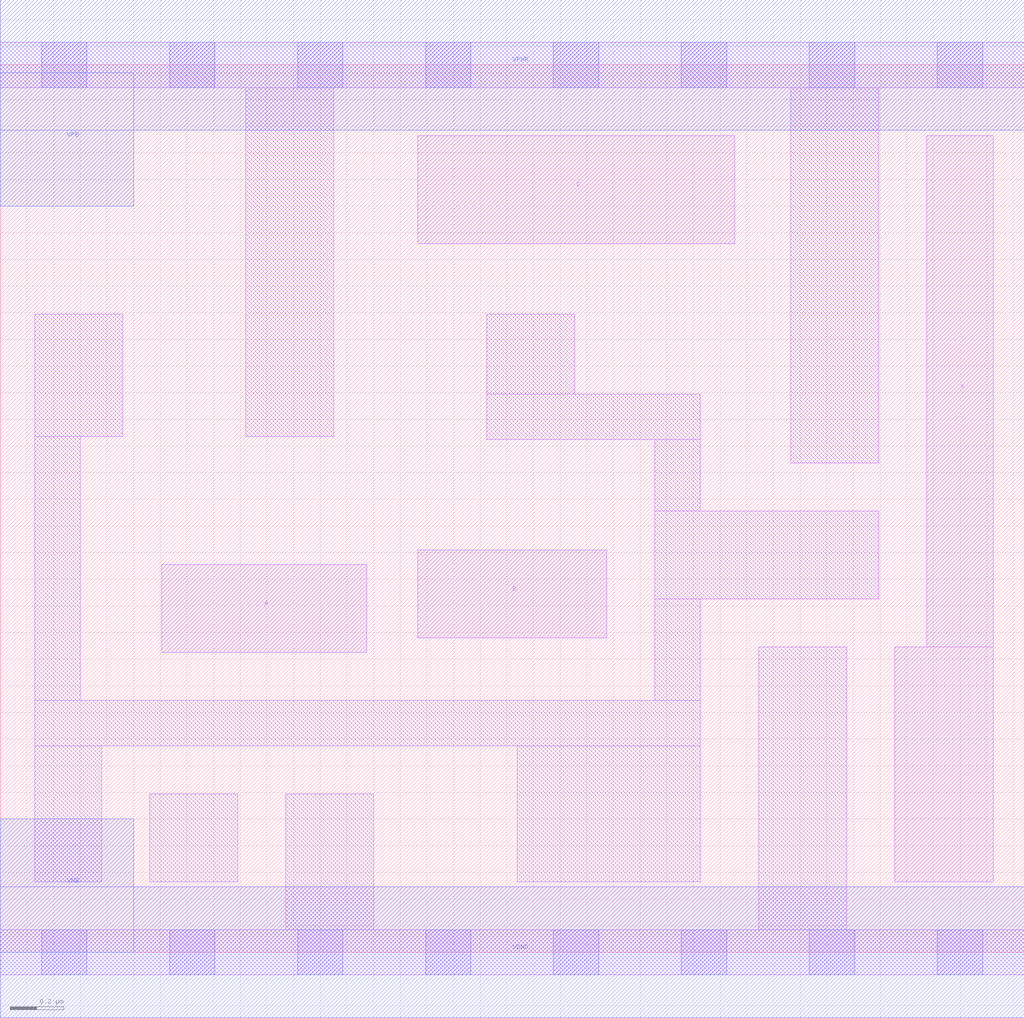
<source format=lef>
# Copyright 2020 The SkyWater PDK Authors
#
# Licensed under the Apache License, Version 2.0 (the "License");
# you may not use this file except in compliance with the License.
# You may obtain a copy of the License at
#
#     https://www.apache.org/licenses/LICENSE-2.0
#
# Unless required by applicable law or agreed to in writing, software
# distributed under the License is distributed on an "AS IS" BASIS,
# WITHOUT WARRANTIES OR CONDITIONS OF ANY KIND, either express or implied.
# See the License for the specific language governing permissions and
# limitations under the License.
#
# SPDX-License-Identifier: Apache-2.0

VERSION 5.5 ;
NAMESCASESENSITIVE ON ;
BUSBITCHARS "[]" ;
DIVIDERCHAR "/" ;
MACRO sky130_fd_sc_lp__maj3_1
  CLASS CORE ;
  SOURCE USER ;
  ORIGIN  0.000000  0.000000 ;
  SIZE  3.840000 BY  3.330000 ;
  SYMMETRY X Y R90 ;
  SITE unit ;
  PIN A
    ANTENNAGATEAREA  0.252000 ;
    DIRECTION INPUT ;
    USE SIGNAL ;
    PORT
      LAYER li1 ;
        RECT 0.605000 1.125000 1.375000 1.455000 ;
    END
  END A
  PIN B
    ANTENNAGATEAREA  0.252000 ;
    DIRECTION INPUT ;
    USE SIGNAL ;
    PORT
      LAYER li1 ;
        RECT 1.565000 1.180000 2.275000 1.510000 ;
    END
  END B
  PIN C
    ANTENNAGATEAREA  0.252000 ;
    DIRECTION INPUT ;
    USE SIGNAL ;
    PORT
      LAYER li1 ;
        RECT 1.565000 2.660000 2.755000 3.065000 ;
    END
  END C
  PIN X
    ANTENNADIFFAREA  0.598500 ;
    DIRECTION OUTPUT ;
    USE SIGNAL ;
    PORT
      LAYER li1 ;
        RECT 3.355000 0.265000 3.725000 1.145000 ;
        RECT 3.475000 1.145000 3.725000 3.065000 ;
    END
  END X
  PIN VGND
    DIRECTION INOUT ;
    USE GROUND ;
    PORT
      LAYER met1 ;
        RECT 0.000000 -0.245000 3.840000 0.245000 ;
    END
  END VGND
  PIN VNB
    DIRECTION INOUT ;
    USE GROUND ;
    PORT
      LAYER met1 ;
        RECT 0.000000 0.000000 0.500000 0.500000 ;
    END
  END VNB
  PIN VPB
    DIRECTION INOUT ;
    USE POWER ;
    PORT
      LAYER met1 ;
        RECT 0.000000 2.800000 0.500000 3.300000 ;
    END
  END VPB
  PIN VPWR
    DIRECTION INOUT ;
    USE POWER ;
    PORT
      LAYER met1 ;
        RECT 0.000000 3.085000 3.840000 3.575000 ;
    END
  END VPWR
  OBS
    LAYER li1 ;
      RECT 0.000000 -0.085000 3.840000 0.085000 ;
      RECT 0.000000  3.245000 3.840000 3.415000 ;
      RECT 0.130000  0.265000 0.380000 0.775000 ;
      RECT 0.130000  0.775000 2.625000 0.945000 ;
      RECT 0.130000  0.945000 0.300000 1.935000 ;
      RECT 0.130000  1.935000 0.460000 2.395000 ;
      RECT 0.560000  0.265000 0.890000 0.595000 ;
      RECT 0.920000  1.935000 1.250000 3.245000 ;
      RECT 1.070000  0.085000 1.400000 0.595000 ;
      RECT 1.825000  1.925000 2.625000 2.095000 ;
      RECT 1.825000  2.095000 2.155000 2.395000 ;
      RECT 1.940000  0.265000 2.625000 0.775000 ;
      RECT 2.455000  0.945000 2.625000 1.325000 ;
      RECT 2.455000  1.325000 3.295000 1.655000 ;
      RECT 2.455000  1.655000 2.625000 1.925000 ;
      RECT 2.845000  0.085000 3.175000 1.145000 ;
      RECT 2.965000  1.835000 3.295000 3.245000 ;
    LAYER mcon ;
      RECT 0.155000 -0.085000 0.325000 0.085000 ;
      RECT 0.155000  3.245000 0.325000 3.415000 ;
      RECT 0.635000 -0.085000 0.805000 0.085000 ;
      RECT 0.635000  3.245000 0.805000 3.415000 ;
      RECT 1.115000 -0.085000 1.285000 0.085000 ;
      RECT 1.115000  3.245000 1.285000 3.415000 ;
      RECT 1.595000 -0.085000 1.765000 0.085000 ;
      RECT 1.595000  3.245000 1.765000 3.415000 ;
      RECT 2.075000 -0.085000 2.245000 0.085000 ;
      RECT 2.075000  3.245000 2.245000 3.415000 ;
      RECT 2.555000 -0.085000 2.725000 0.085000 ;
      RECT 2.555000  3.245000 2.725000 3.415000 ;
      RECT 3.035000 -0.085000 3.205000 0.085000 ;
      RECT 3.035000  3.245000 3.205000 3.415000 ;
      RECT 3.515000 -0.085000 3.685000 0.085000 ;
      RECT 3.515000  3.245000 3.685000 3.415000 ;
  END
END sky130_fd_sc_lp__maj3_1

</source>
